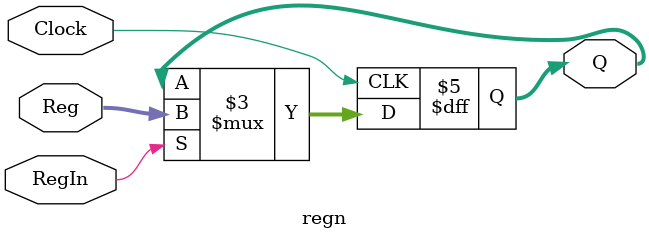
<source format=v>
module regn(Reg, RegIn, Clock, Q);
	input [15:0] Reg;
	input RegIn, Clock;
	output reg [15:0] Q;
	
	initial
	begin
		Q <= 16'b0000000000000000;
	end
	
	always @(posedge Clock)
		if (RegIn)
			Q <= Reg;
endmodule
</source>
